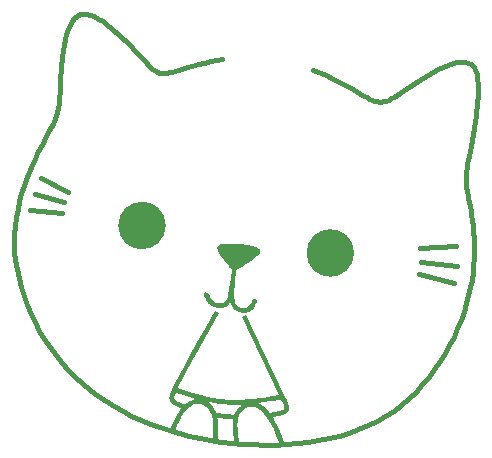
<source format=gto>
G04 Layer: TopSilkscreenLayer*
G04 EasyEDA v6.5.22, 2023-01-18 18:11:45*
G04 3f45770606e946e99412526f685ae31c,41bbaa2022c14ae6819927e2b53804d3,10*
G04 Gerber Generator version 0.2*
G04 Scale: 100 percent, Rotated: No, Reflected: No *
G04 Dimensions in millimeters *
G04 leading zeros omitted , absolute positions ,4 integer and 5 decimal *
%FSLAX45Y45*%
%MOMM*%

%ADD10C,0.4000*%
%ADD11C,2.0000*%

%LPD*%
G36*
X-5256987Y-760120D02*
G01*
X-5342026Y-912977D01*
X-5416042Y-1046632D01*
X-5474208Y-1152499D01*
X-5528005Y-1251661D01*
X-5550103Y-1293012D01*
X-5569610Y-1330147D01*
X-5592622Y-1375054D01*
X-5607202Y-1404874D01*
X-5618581Y-1429562D01*
X-5627065Y-1449781D01*
X-5633008Y-1466443D01*
X-5636514Y-1478686D01*
X-5638038Y-1486509D01*
X-5638800Y-1493723D01*
X-5638833Y-1498244D01*
X-5598972Y-1498244D01*
X-5598972Y-1495958D01*
X-5598566Y-1492554D01*
X-5597601Y-1487830D01*
X-5594959Y-1478737D01*
X-5592724Y-1472133D01*
X-5585460Y-1453946D01*
X-5515051Y-1476298D01*
X-5472277Y-1489354D01*
X-5441645Y-1498396D01*
X-5410504Y-1507083D01*
X-5416651Y-1507947D01*
X-5427573Y-1510182D01*
X-5438343Y-1513230D01*
X-5448960Y-1517040D01*
X-5459374Y-1521612D01*
X-5469636Y-1526844D01*
X-5475411Y-1530146D01*
X-5316626Y-1530146D01*
X-5286298Y-1536242D01*
X-5261102Y-1540814D01*
X-5248767Y-1542846D01*
X-4886248Y-1542745D01*
X-4836261Y-1536090D01*
X-4786274Y-1528622D01*
X-4695037Y-1513789D01*
X-4680762Y-1545336D01*
X-4673396Y-1563014D01*
X-4670907Y-1569618D01*
X-4669129Y-1575054D01*
X-4667961Y-1579473D01*
X-4667250Y-1583080D01*
X-4666691Y-1589735D01*
X-4666894Y-1591767D01*
X-4668926Y-1593646D01*
X-4676698Y-1598371D01*
X-4683810Y-1601673D01*
X-4693462Y-1605229D01*
X-4705807Y-1608988D01*
X-4720996Y-1612849D01*
X-4739182Y-1616760D01*
X-4753864Y-1619504D01*
X-4763719Y-1621078D01*
X-4790236Y-1624838D01*
X-4797653Y-1615186D01*
X-4806442Y-1604670D01*
X-4815484Y-1594764D01*
X-4824730Y-1585366D01*
X-4834178Y-1576679D01*
X-4843932Y-1568602D01*
X-4853838Y-1561236D01*
X-4863998Y-1554581D01*
X-4874412Y-1548739D01*
X-4887010Y-1542846D01*
X-5248452Y-1542897D01*
X-5216702Y-1547520D01*
X-5184698Y-1551228D01*
X-5158994Y-1553464D01*
X-5134152Y-1554988D01*
X-5103418Y-1556004D01*
X-5072634Y-1556207D01*
X-5041747Y-1555546D01*
X-5022291Y-1554784D01*
X-5031232Y-1560728D01*
X-5036210Y-1564386D01*
X-5045760Y-1572412D01*
X-5054752Y-1581150D01*
X-5063185Y-1590751D01*
X-5070906Y-1601063D01*
X-5077917Y-1612087D01*
X-5081117Y-1617878D01*
X-5084114Y-1623872D01*
X-5089448Y-1636318D01*
X-5091379Y-1641652D01*
X-5131663Y-1639519D01*
X-5164175Y-1636776D01*
X-5189372Y-1633982D01*
X-5214264Y-1630730D01*
X-5244744Y-1626107D01*
X-5248097Y-1617218D01*
X-5253329Y-1605229D01*
X-5259222Y-1593748D01*
X-5265674Y-1582826D01*
X-5272735Y-1572564D01*
X-5280304Y-1562862D01*
X-5288381Y-1553870D01*
X-5296916Y-1545539D01*
X-5305856Y-1537919D01*
X-5316626Y-1530146D01*
X-5475411Y-1530146D01*
X-5484571Y-1535938D01*
X-5494223Y-1542745D01*
X-5503621Y-1550111D01*
X-5511038Y-1556461D01*
X-5527852Y-1549806D01*
X-5542483Y-1543608D01*
X-5554827Y-1537868D01*
X-5565140Y-1532585D01*
X-5573471Y-1527759D01*
X-5580075Y-1523441D01*
X-5587238Y-1517904D01*
X-5591759Y-1513281D01*
X-5594705Y-1509064D01*
X-5598007Y-1502460D01*
X-5598871Y-1499768D01*
X-5598972Y-1498244D01*
X-5638833Y-1498244D01*
X-5638850Y-1500581D01*
X-5638038Y-1506982D01*
X-5636615Y-1512722D01*
X-5634837Y-1517751D01*
X-5633008Y-1521866D01*
X-5628690Y-1529638D01*
X-5625846Y-1533855D01*
X-5622544Y-1538224D01*
X-5618683Y-1542643D01*
X-5614212Y-1547164D01*
X-5609132Y-1551635D01*
X-5603341Y-1556054D01*
X-5595924Y-1560931D01*
X-5587288Y-1565910D01*
X-5577382Y-1570990D01*
X-5566257Y-1576273D01*
X-5553913Y-1581708D01*
X-5540400Y-1587347D01*
X-5545785Y-1594104D01*
X-5553100Y-1604060D01*
X-5560060Y-1614322D01*
X-5566714Y-1624888D01*
X-5573014Y-1635658D01*
X-5579008Y-1646682D01*
X-5584748Y-1657908D01*
X-5590286Y-1669338D01*
X-5595569Y-1680921D01*
X-5603138Y-1698498D01*
X-5615076Y-1728266D01*
X-5630875Y-1770329D01*
X-5593334Y-1784197D01*
X-5584444Y-1760372D01*
X-5575401Y-1736902D01*
X-5566105Y-1713992D01*
X-5561279Y-1702765D01*
X-5553862Y-1686407D01*
X-5548782Y-1675790D01*
X-5543499Y-1665427D01*
X-5538012Y-1655368D01*
X-5532374Y-1645615D01*
X-5526481Y-1636166D01*
X-5520385Y-1627124D01*
X-5514035Y-1618437D01*
X-5506262Y-1608836D01*
X-5496915Y-1598523D01*
X-5487162Y-1589024D01*
X-5477103Y-1580337D01*
X-5466689Y-1572514D01*
X-5456072Y-1565656D01*
X-5445353Y-1559712D01*
X-5434482Y-1554784D01*
X-5429097Y-1552702D01*
X-5423662Y-1550873D01*
X-5418226Y-1549349D01*
X-5407507Y-1547164D01*
X-5396890Y-1546098D01*
X-5391658Y-1546047D01*
X-5386527Y-1546301D01*
X-5381396Y-1546860D01*
X-5376265Y-1547723D01*
X-5371134Y-1548892D01*
X-5360974Y-1552092D01*
X-5350967Y-1556512D01*
X-5346039Y-1559153D01*
X-5336387Y-1565249D01*
X-5327091Y-1572514D01*
X-5322620Y-1576527D01*
X-5318252Y-1580794D01*
X-5314035Y-1585315D01*
X-5305958Y-1595170D01*
X-5302199Y-1600454D01*
X-5295138Y-1611782D01*
X-5291886Y-1617827D01*
X-5288838Y-1624076D01*
X-5285994Y-1630578D01*
X-5281777Y-1641906D01*
X-5278831Y-1651507D01*
X-5276291Y-1661515D01*
X-5274056Y-1671929D01*
X-5272227Y-1682750D01*
X-5270652Y-1693925D01*
X-5269382Y-1705457D01*
X-5267655Y-1729435D01*
X-5266994Y-1748129D01*
X-5266740Y-1773834D01*
X-5267096Y-1800301D01*
X-5268925Y-1854504D01*
X-5228894Y-1856028D01*
X-5226507Y-1787652D01*
X-5226304Y-1760626D01*
X-5226456Y-1747266D01*
X-5226862Y-1734007D01*
X-5227523Y-1720900D01*
X-5228437Y-1707946D01*
X-5229707Y-1695196D01*
X-5231333Y-1682648D01*
X-5233720Y-1668170D01*
X-5198770Y-1672996D01*
X-5162956Y-1677060D01*
X-5136489Y-1679193D01*
X-5100929Y-1681124D01*
X-5102199Y-1690878D01*
X-5103317Y-1702511D01*
X-5103977Y-1714347D01*
X-5104282Y-1726336D01*
X-5104231Y-1738477D01*
X-5103622Y-1757019D01*
X-5101844Y-1782165D01*
X-5099202Y-1807667D01*
X-5095189Y-1839874D01*
X-5089855Y-1878736D01*
X-5050180Y-1873250D01*
X-5054041Y-1844649D01*
X-5056682Y-1823415D01*
X-5059019Y-1802485D01*
X-5060950Y-1782013D01*
X-5062728Y-1755597D01*
X-5063388Y-1730298D01*
X-5063185Y-1718208D01*
X-5062677Y-1706524D01*
X-5061762Y-1695246D01*
X-5060391Y-1684426D01*
X-5058613Y-1674063D01*
X-5056327Y-1664258D01*
X-5053533Y-1655013D01*
X-5051958Y-1650593D01*
X-5049316Y-1644192D01*
X-5046370Y-1638046D01*
X-5043119Y-1632153D01*
X-5039614Y-1626514D01*
X-5035854Y-1621129D01*
X-5031841Y-1615998D01*
X-5027625Y-1611122D01*
X-5023205Y-1606499D01*
X-5018582Y-1602181D01*
X-5013807Y-1598117D01*
X-5008880Y-1594307D01*
X-4998567Y-1587550D01*
X-4993233Y-1584604D01*
X-4987798Y-1581962D01*
X-4982311Y-1579626D01*
X-4976774Y-1577543D01*
X-4971186Y-1575765D01*
X-4965547Y-1574292D01*
X-4954270Y-1572310D01*
X-4943043Y-1571548D01*
X-4932781Y-1572006D01*
X-4923332Y-1573428D01*
X-4913884Y-1575816D01*
X-4904486Y-1579118D01*
X-4895138Y-1583283D01*
X-4885842Y-1588414D01*
X-4881168Y-1591259D01*
X-4871974Y-1597710D01*
X-4862779Y-1604975D01*
X-4853736Y-1613103D01*
X-4844745Y-1622094D01*
X-4835855Y-1631899D01*
X-4827117Y-1642465D01*
X-4818481Y-1653844D01*
X-4809947Y-1666036D01*
X-4798314Y-1684274D01*
X-4792573Y-1693875D01*
X-4781346Y-1714042D01*
X-4767681Y-1740763D01*
X-4757013Y-1763166D01*
X-4743856Y-1792224D01*
X-4725822Y-1834438D01*
X-4702911Y-1890217D01*
X-4666030Y-1874977D01*
X-4694072Y-1806600D01*
X-4704537Y-1782165D01*
X-4720590Y-1746300D01*
X-4731664Y-1723136D01*
X-4743094Y-1700682D01*
X-4754930Y-1679092D01*
X-4765395Y-1661464D01*
X-4742180Y-1658010D01*
X-4726330Y-1654962D01*
X-4712004Y-1651914D01*
X-4699152Y-1648815D01*
X-4687671Y-1645564D01*
X-4677410Y-1642211D01*
X-4668266Y-1638706D01*
X-4660138Y-1634896D01*
X-4652924Y-1630832D01*
X-4646523Y-1626209D01*
X-4641138Y-1620977D01*
X-4636668Y-1615236D01*
X-4633061Y-1609191D01*
X-4630318Y-1602994D01*
X-4628489Y-1596796D01*
X-4627422Y-1590802D01*
X-4627168Y-1585163D01*
X-4627473Y-1579727D01*
X-4628134Y-1574241D01*
X-4629251Y-1568450D01*
X-4630877Y-1562252D01*
X-4632960Y-1555496D01*
X-4638954Y-1539646D01*
X-4647692Y-1519682D01*
X-4659477Y-1494282D01*
X-4760468Y-1282954D01*
X-4991404Y-797458D01*
X-5027574Y-814679D01*
X-4712665Y-1476197D01*
X-4771999Y-1485849D01*
X-4837379Y-1495755D01*
X-4889449Y-1502714D01*
X-4915357Y-1505762D01*
X-4941163Y-1508506D01*
X-4979720Y-1511909D01*
X-5018074Y-1514398D01*
X-5043474Y-1515465D01*
X-5068773Y-1516024D01*
X-5087620Y-1516075D01*
X-5118912Y-1515465D01*
X-5150002Y-1513890D01*
X-5174691Y-1511858D01*
X-5199329Y-1509268D01*
X-5230012Y-1505153D01*
X-5260644Y-1500174D01*
X-5278932Y-1496822D01*
X-5315458Y-1489303D01*
X-5339740Y-1483766D01*
X-5370068Y-1476298D01*
X-5406390Y-1466596D01*
X-5436666Y-1458061D01*
X-5466892Y-1449171D01*
X-5515254Y-1434287D01*
X-5568797Y-1417269D01*
X-5556859Y-1392885D01*
X-5534202Y-1348486D01*
X-5497931Y-1280007D01*
X-5448300Y-1188262D01*
X-5391200Y-1084275D01*
X-5296154Y-912672D01*
X-5222087Y-779475D01*
G37*
G36*
X-5107787Y-192989D02*
G01*
X-5131866Y-193598D01*
X-5155895Y-194767D01*
X-5187238Y-196900D01*
X-5198973Y-198221D01*
X-5208016Y-200202D01*
X-5213350Y-201930D01*
X-5219192Y-204724D01*
X-5224932Y-209296D01*
X-5230063Y-216204D01*
X-5233162Y-224637D01*
X-5233670Y-233070D01*
X-5232298Y-241147D01*
X-5229656Y-248615D01*
X-5226304Y-255828D01*
X-5222036Y-263448D01*
X-5216906Y-271881D01*
X-5207254Y-286359D01*
X-5191353Y-309118D01*
X-5173624Y-333502D01*
X-5156098Y-356870D01*
X-5137505Y-380949D01*
X-5131358Y-388518D01*
X-5125618Y-395071D01*
X-5120132Y-400761D01*
X-5118049Y-402336D01*
X-5111140Y-405841D01*
X-5111546Y-410819D01*
X-5111851Y-419862D01*
X-5112308Y-424789D01*
X-5112867Y-427126D01*
X-5119979Y-485952D01*
X-5127498Y-541832D01*
X-5131511Y-567791D01*
X-5135727Y-591870D01*
X-5140147Y-613714D01*
X-5142433Y-623671D01*
X-5147259Y-641502D01*
X-5149799Y-649224D01*
X-5152694Y-656945D01*
X-5155641Y-663651D01*
X-5158587Y-669493D01*
X-5161534Y-674471D01*
X-5164480Y-678688D01*
X-5167376Y-682193D01*
X-5170220Y-685139D01*
X-5173014Y-687476D01*
X-5178704Y-691134D01*
X-5184749Y-693674D01*
X-5191506Y-695401D01*
X-5199227Y-696671D01*
X-5207355Y-697585D01*
X-5215331Y-697941D01*
X-5223052Y-697738D01*
X-5230571Y-696925D01*
X-5237886Y-695350D01*
X-5244947Y-693013D01*
X-5251805Y-689864D01*
X-5258409Y-685749D01*
X-5264962Y-680415D01*
X-5271668Y-673760D01*
X-5278526Y-665988D01*
X-5285486Y-657148D01*
X-5292547Y-647446D01*
X-5299710Y-637133D01*
X-5314035Y-615035D01*
X-5316626Y-611784D01*
X-5319826Y-609092D01*
X-5323535Y-607161D01*
X-5327548Y-606044D01*
X-5331714Y-605739D01*
X-5335828Y-606348D01*
X-5339791Y-607771D01*
X-5343296Y-610006D01*
X-5346293Y-612902D01*
X-5348579Y-616356D01*
X-5349494Y-618286D01*
X-5350611Y-622300D01*
X-5350865Y-626465D01*
X-5350713Y-628548D01*
X-5349697Y-632561D01*
X-5347817Y-636320D01*
X-5333288Y-659130D01*
X-5325770Y-670356D01*
X-5317896Y-681278D01*
X-5309666Y-691692D01*
X-5300878Y-701446D01*
X-5296306Y-706018D01*
X-5291531Y-710387D01*
X-5286552Y-714502D01*
X-5281422Y-718362D01*
X-5276138Y-721868D01*
X-5270804Y-724966D01*
X-5265369Y-727710D01*
X-5259832Y-730046D01*
X-5254294Y-732028D01*
X-5248706Y-733704D01*
X-5243118Y-735076D01*
X-5237480Y-736193D01*
X-5226253Y-737514D01*
X-5215178Y-737870D01*
X-5204307Y-737463D01*
X-5193741Y-736346D01*
X-5182971Y-734466D01*
X-5177332Y-733145D01*
X-5171592Y-731367D01*
X-5165801Y-729183D01*
X-5160010Y-726440D01*
X-5154269Y-723138D01*
X-5148630Y-719124D01*
X-5144820Y-715721D01*
X-5141214Y-711606D01*
X-5137861Y-706932D01*
X-5131612Y-696417D01*
X-5122824Y-679094D01*
X-5117744Y-702056D01*
X-5115712Y-709218D01*
X-5113477Y-716076D01*
X-5110937Y-722426D01*
X-5108041Y-728218D01*
X-5104688Y-733399D01*
X-5099710Y-739495D01*
X-5094427Y-744982D01*
X-5088890Y-749858D01*
X-5083200Y-754126D01*
X-5077358Y-757936D01*
X-5071465Y-761288D01*
X-5065572Y-764235D01*
X-5053939Y-769112D01*
X-5047996Y-771245D01*
X-5035804Y-774801D01*
X-5029657Y-776224D01*
X-5023408Y-777341D01*
X-5017160Y-778154D01*
X-5010861Y-778662D01*
X-5004562Y-778814D01*
X-4998313Y-778611D01*
X-4992065Y-778002D01*
X-4985867Y-776986D01*
X-4979720Y-775563D01*
X-4973675Y-773633D01*
X-4967732Y-771245D01*
X-4961890Y-768350D01*
X-4956302Y-765048D01*
X-4951069Y-761390D01*
X-4946142Y-757428D01*
X-4941519Y-753211D01*
X-4933086Y-744016D01*
X-4925618Y-734060D01*
X-4918862Y-723544D01*
X-4912664Y-712724D01*
X-4900269Y-689102D01*
X-4899558Y-687120D01*
X-4898847Y-682955D01*
X-4898999Y-678789D01*
X-4900015Y-674674D01*
X-4901895Y-670915D01*
X-4904486Y-667613D01*
X-4907737Y-664921D01*
X-4911445Y-662990D01*
X-4915458Y-661873D01*
X-4919624Y-661619D01*
X-4923790Y-662228D01*
X-4927701Y-663651D01*
X-4931206Y-665886D01*
X-4934204Y-668782D01*
X-4936490Y-672287D01*
X-4944008Y-686054D01*
X-4951425Y-698906D01*
X-4958842Y-710336D01*
X-4962550Y-715467D01*
X-4966258Y-720140D01*
X-4969967Y-724255D01*
X-4973675Y-727862D01*
X-4977333Y-730859D01*
X-4981041Y-733196D01*
X-4984953Y-735025D01*
X-4989220Y-736447D01*
X-4993843Y-737463D01*
X-4998821Y-738124D01*
X-5004003Y-738378D01*
X-5009438Y-738225D01*
X-5015077Y-737768D01*
X-5020818Y-736904D01*
X-5026710Y-735685D01*
X-5032654Y-734110D01*
X-5038598Y-732180D01*
X-5044541Y-729894D01*
X-5052822Y-726033D01*
X-5060137Y-721614D01*
X-5066639Y-716280D01*
X-5072430Y-709574D01*
X-5075174Y-705561D01*
X-5077764Y-700938D01*
X-5080254Y-695655D01*
X-5082540Y-689660D01*
X-5084572Y-682802D01*
X-5086350Y-675132D01*
X-5087874Y-666496D01*
X-5089398Y-652830D01*
X-5089956Y-644296D01*
X-5090363Y-625449D01*
X-5089906Y-604469D01*
X-5088788Y-581558D01*
X-5087010Y-557022D01*
X-5084724Y-531114D01*
X-5081981Y-504088D01*
X-5073904Y-433476D01*
X-5071262Y-411937D01*
X-5069230Y-411530D01*
X-5065115Y-411175D01*
X-5063083Y-410565D01*
X-5055057Y-406552D01*
X-5046268Y-401523D01*
X-5024983Y-387908D01*
X-5007254Y-376021D01*
X-4987442Y-362407D01*
X-4951323Y-336956D01*
X-4931714Y-322834D01*
X-4914392Y-309930D01*
X-4895850Y-295554D01*
X-4888179Y-288950D01*
X-4881829Y-282752D01*
X-4876495Y-276504D01*
X-4874158Y-272897D01*
X-4872126Y-268782D01*
X-4870704Y-263855D01*
X-4870297Y-258216D01*
X-4871161Y-252374D01*
X-4873040Y-246989D01*
X-4875580Y-242570D01*
X-4881168Y-236423D01*
X-4886756Y-232410D01*
X-4892395Y-229717D01*
X-4903673Y-225501D01*
X-4914798Y-222097D01*
X-4934153Y-217068D01*
X-4980127Y-206857D01*
X-5003139Y-202336D01*
X-5015992Y-200101D01*
X-5029555Y-198018D01*
X-5043728Y-196189D01*
X-5058359Y-194716D01*
X-5071770Y-193751D01*
X-5083759Y-193243D01*
G37*
D10*
X-6550842Y66400D02*
G01*
X-6817357Y94528D01*
X-6535051Y159118D02*
G01*
X-6781071Y228787D01*
X-6498229Y242938D02*
G01*
X-6728454Y363044D01*
X-3528573Y-453656D02*
G01*
X-3228853Y-529856D01*
X-3511516Y-350243D02*
G01*
X-3204176Y-378183D01*
X-3519500Y-229412D02*
G01*
X-3214700Y-216712D01*
X-5191020Y1369578D02*
G01*
X-5288800Y1351516D01*
X-5343954Y1339504D01*
X-5396105Y1326888D01*
X-5444896Y1314061D01*
X-5489973Y1301422D01*
X-5530984Y1289364D01*
X-5567570Y1278288D01*
X-5595518Y1269779D01*
X-5620303Y1262463D01*
X-5642338Y1256489D01*
X-5662030Y1252006D01*
X-5696036Y1248100D01*
X-5725604Y1251932D01*
X-5754019Y1264696D01*
X-5768820Y1274800D01*
X-5784562Y1287581D01*
X-5801659Y1303190D01*
X-5820519Y1321772D01*
X-5841555Y1343482D01*
X-5865174Y1368463D01*
X-5891662Y1396720D01*
X-5920780Y1427693D01*
X-5985443Y1494947D01*
X-6056243Y1564558D01*
X-6130251Y1630867D01*
X-6167546Y1661015D01*
X-6204546Y1688213D01*
X-6240884Y1711754D01*
X-6276197Y1730928D01*
X-6310116Y1745033D01*
X-6342280Y1753356D01*
X-6372321Y1755193D01*
X-6399870Y1749833D01*
X-6424655Y1736818D01*
X-6446751Y1716669D01*
X-6466321Y1690164D01*
X-6483537Y1658068D01*
X-6498562Y1621162D01*
X-6511561Y1580215D01*
X-6522704Y1535998D01*
X-6532153Y1489285D01*
X-6546646Y1391462D01*
X-6556372Y1292928D01*
X-6562658Y1199865D01*
X-6564929Y1157315D01*
X-6566837Y1118450D01*
X-6568551Y1083828D01*
X-6570218Y1053132D01*
X-6571993Y1025829D01*
X-6574025Y1001389D01*
X-6579455Y958969D01*
X-6587710Y921618D01*
X-6599996Y885083D01*
X-6617510Y845103D01*
X-6628604Y822495D01*
X-6641457Y797430D01*
X-6656214Y769376D01*
X-6673032Y737803D01*
X-6691965Y702299D01*
X-6712681Y662937D01*
X-6734766Y619907D01*
X-6757797Y573399D01*
X-6781352Y523610D01*
X-6805010Y470728D01*
X-6828350Y414944D01*
X-6850951Y356453D01*
X-6872391Y295442D01*
X-6892251Y232107D01*
X-6910108Y166636D01*
X-6925541Y99225D01*
X-6938129Y30060D01*
X-6947453Y-40660D01*
X-6953089Y-112750D01*
X-6954619Y-186016D01*
X-6951705Y-260256D01*
X-6944372Y-335224D01*
X-6932726Y-410674D01*
X-6916874Y-486354D01*
X-6896928Y-562010D01*
X-6872993Y-637392D01*
X-6845178Y-712251D01*
X-6813593Y-786333D01*
X-6778343Y-859391D01*
X-6739536Y-931169D01*
X-6697286Y-1001415D01*
X-6651696Y-1069886D01*
X-6602874Y-1136322D01*
X-6550931Y-1200477D01*
X-6495973Y-1262098D01*
X-6438112Y-1320934D01*
X-6377452Y-1376781D01*
X-6314102Y-1429618D01*
X-6248166Y-1479473D01*
X-6179753Y-1526372D01*
X-6108966Y-1570344D01*
X-6035916Y-1611416D01*
X-5960704Y-1649615D01*
X-5883440Y-1684967D01*
X-5804227Y-1717502D01*
X-5723173Y-1747245D01*
X-5640384Y-1774223D01*
X-5555968Y-1798462D01*
X-5470027Y-1819993D01*
X-5382668Y-1838843D01*
X-5294002Y-1855035D01*
X-5204129Y-1868601D01*
X-5113190Y-1879541D01*
X-5021440Y-1887766D01*
X-4929162Y-1893158D01*
X-4836642Y-1895604D01*
X-4744166Y-1894987D01*
X-4652017Y-1891195D01*
X-4560481Y-1884108D01*
X-4469843Y-1873613D01*
X-4380387Y-1859592D01*
X-4292399Y-1841936D01*
X-4206163Y-1820524D01*
X-4121965Y-1795241D01*
X-4040088Y-1765975D01*
X-3960820Y-1732607D01*
X-3884444Y-1695025D01*
X-3811244Y-1653110D01*
X-3741458Y-1606831D01*
X-3675133Y-1556473D01*
X-3612263Y-1502412D01*
X-3552847Y-1445013D01*
X-3496881Y-1384645D01*
X-3444361Y-1321681D01*
X-3395286Y-1256484D01*
X-3349647Y-1189431D01*
X-3307448Y-1120886D01*
X-3268680Y-1051222D01*
X-3233341Y-980805D01*
X-3201431Y-910005D01*
X-3172942Y-839195D01*
X-3147872Y-768741D01*
X-3126219Y-699013D01*
X-3107979Y-630382D01*
X-3093107Y-563178D01*
X-3081390Y-497563D01*
X-3072574Y-433646D01*
X-3066412Y-371541D01*
X-3062645Y-311360D01*
X-3061025Y-253210D01*
X-3061299Y-197208D01*
X-3063212Y-143459D01*
X-3066511Y-92080D01*
X-3070948Y-43177D01*
X-3076265Y3134D01*
X-3082213Y46743D01*
X-3088540Y87541D01*
X-3094992Y125415D01*
X-3101317Y160253D01*
X-3107260Y191945D01*
X-3112604Y220469D01*
X-3117288Y246212D01*
X-3124558Y291325D01*
X-3128853Y331246D01*
X-3129965Y369935D01*
X-3127682Y411355D01*
X-3121787Y459468D01*
X-3117420Y487271D01*
X-3112071Y518233D01*
X-3105713Y552846D01*
X-3098319Y591611D01*
X-3089927Y634822D01*
X-3080829Y681944D01*
X-3071395Y732213D01*
X-3061985Y784865D01*
X-3044703Y894262D01*
X-3031896Y1004023D01*
X-3028081Y1057135D01*
X-3026481Y1108044D01*
X-3027456Y1155989D01*
X-3031373Y1200208D01*
X-3038596Y1239936D01*
X-3049490Y1274409D01*
X-3064418Y1302865D01*
X-3083747Y1324536D01*
X-3107687Y1338905D01*
X-3135866Y1346385D01*
X-3167758Y1347614D01*
X-3202848Y1343235D01*
X-3240613Y1333888D01*
X-3280531Y1320218D01*
X-3322086Y1302862D01*
X-3364753Y1282463D01*
X-3451344Y1235095D01*
X-3536144Y1183248D01*
X-3614986Y1132044D01*
X-3650874Y1108290D01*
X-3683711Y1086619D01*
X-3713132Y1067559D01*
X-3739413Y1051181D01*
X-3762989Y1037435D01*
X-3784295Y1026269D01*
X-3803771Y1017635D01*
X-3821849Y1011483D01*
X-3855562Y1006429D01*
X-3888920Y1010709D01*
X-3906560Y1016228D01*
X-3925417Y1023932D01*
X-3945933Y1033769D01*
X-3968541Y1045697D01*
X-3993677Y1059660D01*
X-4021777Y1075611D01*
X-4060510Y1097602D01*
X-4103941Y1121902D01*
X-4151693Y1147937D01*
X-4203379Y1175141D01*
X-4258627Y1202936D01*
X-4317050Y1230756D01*
X-4419714Y1276073D01*
D11*
G75*
G01
X-4176992Y-271998D02*
G03X-4176992Y-271998I-100000J0D01*
G75*
G01
X-5771987Y-38999D02*
G03X-5771987Y-38999I-100000J0D01*
M02*

</source>
